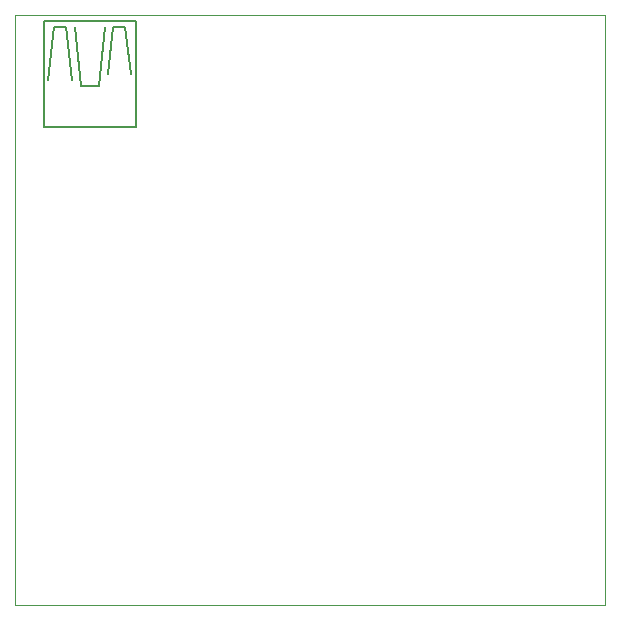
<source format=gbo>
G75*
G70*
%OFA0B0*%
%FSLAX24Y24*%
%IPPOS*%
%LPD*%
%AMOC8*
5,1,8,0,0,1.08239X$1,22.5*
%
%ADD10C,0.0000*%
%ADD11C,0.0050*%
D10*
X000816Y000312D02*
X000816Y019997D01*
X020501Y019997D01*
X020501Y000312D01*
X000816Y000312D01*
D11*
X001781Y016246D02*
X001781Y019789D01*
X004852Y019789D01*
X004852Y016246D01*
X001781Y016246D01*
X003021Y017623D02*
X002824Y019592D01*
X002529Y019592D02*
X002726Y017820D01*
X003021Y017623D02*
X003612Y017623D01*
X003809Y019592D01*
X004104Y019592D02*
X003907Y018017D01*
X004694Y018017D02*
X004497Y019592D01*
X004104Y019592D01*
X002529Y019592D02*
X002135Y019592D01*
X001938Y017820D01*
M02*

</source>
